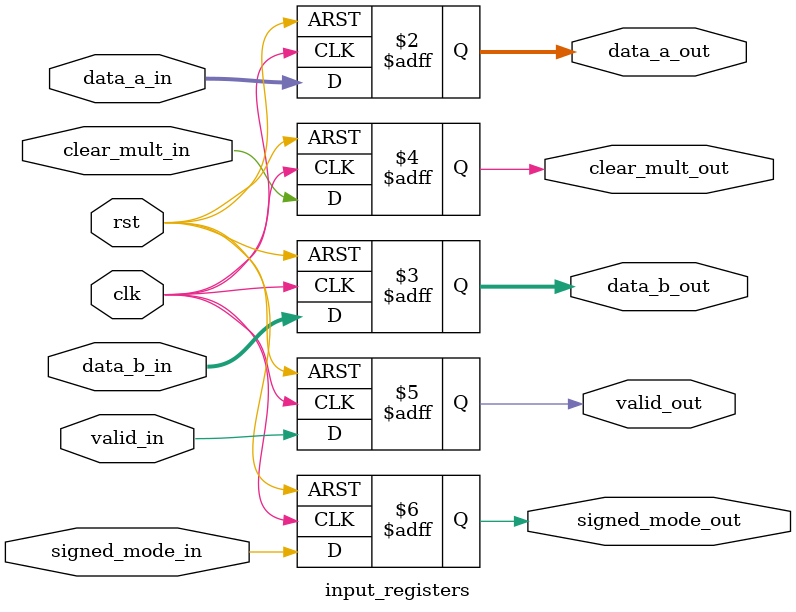
<source format=v>
module input_registers (
    input wire clk,
    input wire rst,
    input wire [7:0] data_a_in,
    input wire [7:0] data_b_in,
    input wire clear_mult_in,
    input wire valid_in,
    input wire signed_mode_in,
    
    output reg [7:0] data_a_out,
    output reg [7:0] data_b_out, 
    output reg clear_mult_out,
    output reg valid_out,
    output reg signed_mode_out
);

    always @(posedge clk or posedge rst) begin
        if (rst) begin
            data_a_out <= 8'b0;
            data_b_out <= 8'b0;
            clear_mult_out <= 1'b0;
            valid_out <= 1'b0;
            signed_mode_out <= 1'b0;
        end else begin
            data_a_out <= data_a_in;
            data_b_out <= data_b_in;
            clear_mult_out <= clear_mult_in;
            valid_out <= valid_in;
            signed_mode_out <= signed_mode_in;
        end
    end

endmodule 
</source>
